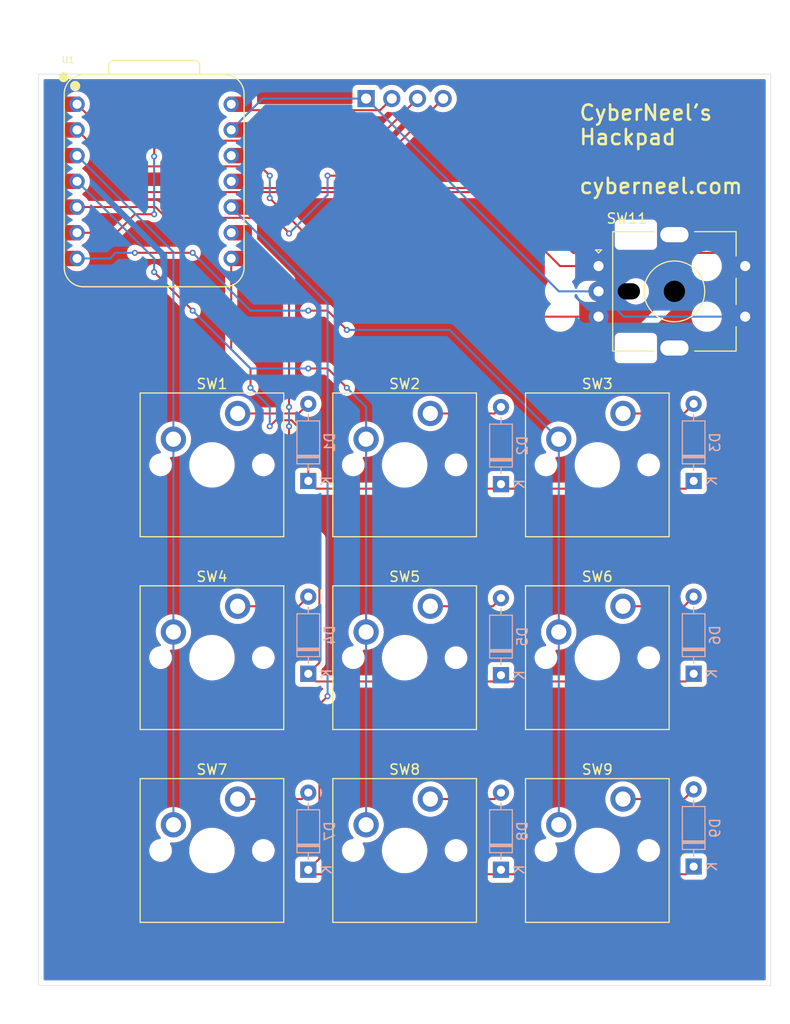
<source format=kicad_pcb>
(kicad_pcb (version 20240108) (generator "pcbnew") (generator_version "8.0")
  (layers (0 "F.Cu" signal) (31 "B.Cu" signal) (34 "B.Paste" user) (35 "F.Paste" user) (36 "B.SilkS" user "B.Silkscreen") (37 "F.SilkS" user "F.Silkscreen") (38 "B.Mask" user) (39 "F.Mask" user) (44 "Edge.Cuts" user))
  (net 0 "")
  (net 1 "Net-(D1-A)")
  (net 2 "Row 0")
  (net 3 "Net-(D2-A)")
  (net 4 "Net-(D3-A)")
  (net 5 "Net-(D4-A)")
  (net 6 "Row 1")
  (net 7 "Net-(D5-A)")
  (net 8 "Net-(D6-A)")
  (net 9 "Net-(D7-A)")
  (net 10 "Row 2")
  (net 11 "Net-(D8-A)")
  (net 12 "Net-(D9-A)")
  (net 13 "Col 0")
  (net 14 "Col 1")
  (net 15 "Col 2")
  (net 17 "SCL")
  (net 18 "GND")
  (net 19 "SDA")
  (net 20 "+5V")
  (net 21 "Net-(U1-GPIO3{slash}MOSI)")
  (net 22 "Net-(U1-GPIO26{slash}ADC0{slash}A0)")
  (net 23 "Net-(U1-GPIO27{slash}ADC1{slash}A1)")
  (footprint "ScottoKeebs_MX:MX_PCB_1.00u" (layer "F.Cu") (at 158.115 110.49)
    (property "Reference" "SW5" (at 0 -8 0) (layer "F.SilkS"))
    (property "Value" "SW_Push_45deg")
    (fp_line (start -7.1 -7.1) (end -7.1 7.1) (stroke (width 0.12)) (layer "F.SilkS"))
    (fp_line (start -7.1 7.1) (end 7.1 7.1) (stroke (width 0.12)) (layer "F.SilkS"))
    (fp_line (start 7.1 -7.1) (end -7.1 -7.1) (stroke (width 0.12)) (layer "F.SilkS"))
    (fp_line (start 7.1 7.1) (end 7.1 -7.1) (stroke (width 0.12)) (layer "F.SilkS"))
    (pad "" np_thru_hole circle (at -5.08 0) (size 1.75 1.75) (drill 1.75) (layers "*.Cu" "*.Mask"))
    (pad "" np_thru_hole circle (at 0 0) (size 4 4) (drill 4) (layers "*.Cu" "*.Mask"))
    (pad "" np_thru_hole circle (at 5.08 0) (size 1.75 1.75) (drill 1.75) (layers "*.Cu" "*.Mask"))
    (pad "1" thru_hole circle (at -3.81 -2.54) (size 2.5 2.5) (drill 1.5) (layers "*.Cu" "*.Mask") (net 14 "Col 1"))
    (pad "2" thru_hole circle (at 2.54 -5.08) (size 2.5 2.5) (drill 1.5) (layers "*.Cu" "*.Mask") (net 7 "Net-(D5-A)"))
  )
  (footprint "ScottoKeebs_MX:MX_PCB_1.00u" (layer "F.Cu") (at 139.065 91.44)
    (property "Reference" "SW1" (at 0 -8 0) (layer "F.SilkS"))
    (property "Value" "SW_Push_45deg")
    (fp_line (start -7.1 -7.1) (end -7.1 7.1) (stroke (width 0.12)) (layer "F.SilkS"))
    (fp_line (start -7.1 7.1) (end 7.1 7.1) (stroke (width 0.12)) (layer "F.SilkS"))
    (fp_line (start 7.1 -7.1) (end -7.1 -7.1) (stroke (width 0.12)) (layer "F.SilkS"))
    (fp_line (start 7.1 7.1) (end 7.1 -7.1) (stroke (width 0.12)) (layer "F.SilkS"))
    (pad "" np_thru_hole circle (at -5.08 0) (size 1.75 1.75) (drill 1.75) (layers "*.Cu" "*.Mask"))
    (pad "" np_thru_hole circle (at 0 0) (size 4 4) (drill 4) (layers "*.Cu" "*.Mask"))
    (pad "" np_thru_hole circle (at 5.08 0) (size 1.75 1.75) (drill 1.75) (layers "*.Cu" "*.Mask"))
    (pad "1" thru_hole circle (at -3.81 -2.54) (size 2.5 2.5) (drill 1.5) (layers "*.Cu" "*.Mask") (net 13 "Col 0"))
    (pad "2" thru_hole circle (at 2.54 -5.08) (size 2.5 2.5) (drill 1.5) (layers "*.Cu" "*.Mask") (net 1 "Net-(D1-A)"))
  )
  (footprint "ScottoKeebs_MX:MX_PCB_1.00u" (layer "F.Cu") (at 177.165 110.49)
    (property "Reference" "SW6" (at 0 -8 0) (layer "F.SilkS"))
    (property "Value" "SW_Push_45deg")
    (fp_line (start -7.1 -7.1) (end -7.1 7.1) (stroke (width 0.12)) (layer "F.SilkS"))
    (fp_line (start -7.1 7.1) (end 7.1 7.1) (stroke (width 0.12)) (layer "F.SilkS"))
    (fp_line (start 7.1 -7.1) (end -7.1 -7.1) (stroke (width 0.12)) (layer "F.SilkS"))
    (fp_line (start 7.1 7.1) (end 7.1 -7.1) (stroke (width 0.12)) (layer "F.SilkS"))
    (pad "" np_thru_hole circle (at -5.08 0) (size 1.75 1.75) (drill 1.75) (layers "*.Cu" "*.Mask"))
    (pad "" np_thru_hole circle (at 0 0) (size 4 4) (drill 4) (layers "*.Cu" "*.Mask"))
    (pad "" np_thru_hole circle (at 5.08 0) (size 1.75 1.75) (drill 1.75) (layers "*.Cu" "*.Mask"))
    (pad "1" thru_hole circle (at -3.81 -2.54) (size 2.5 2.5) (drill 1.5) (layers "*.Cu" "*.Mask") (net 15 "Col 2"))
    (pad "2" thru_hole circle (at 2.54 -5.08) (size 2.5 2.5) (drill 1.5) (layers "*.Cu" "*.Mask") (net 8 "Net-(D6-A)"))
  )
  (footprint "ScottoKeebs_MX:MX_PCB_1.00u" (layer "F.Cu") (at 158.115 129.54)
    (property "Reference" "SW8" (at 0 -8 0) (layer "F.SilkS"))
    (property "Value" "SW_Push_45deg")
    (fp_line (start -7.1 -7.1) (end -7.1 7.1) (stroke (width 0.12)) (layer "F.SilkS"))
    (fp_line (start -7.1 7.1) (end 7.1 7.1) (stroke (width 0.12)) (layer "F.SilkS"))
    (fp_line (start 7.1 -7.1) (end -7.1 -7.1) (stroke (width 0.12)) (layer "F.SilkS"))
    (fp_line (start 7.1 7.1) (end 7.1 -7.1) (stroke (width 0.12)) (layer "F.SilkS"))
    (pad "" np_thru_hole circle (at -5.08 0) (size 1.75 1.75) (drill 1.75) (layers "*.Cu" "*.Mask"))
    (pad "" np_thru_hole circle (at 0 0) (size 4 4) (drill 4) (layers "*.Cu" "*.Mask"))
    (pad "" np_thru_hole circle (at 5.08 0) (size 1.75 1.75) (drill 1.75) (layers "*.Cu" "*.Mask"))
    (pad "1" thru_hole circle (at -3.81 -2.54) (size 2.5 2.5) (drill 1.5) (layers "*.Cu" "*.Mask") (net 14 "Col 1"))
    (pad "2" thru_hole circle (at 2.54 -5.08) (size 2.5 2.5) (drill 1.5) (layers "*.Cu" "*.Mask") (net 11 "Net-(D8-A)"))
  )
  (footprint "ScottoKeebs_Components:OLED_128x64" (layer "F.Cu") (at 158.115 55.245)
    (property "Reference" "J1" (hide yes))
    (property "Value" "Conn_01x04_Pin")
    (pad "1" thru_hole rect (at -3.81 0 90) (size 1.7 1.7) (drill 1) (layers "*.Cu" "*.Mask") (net 18 "GND"))
    (pad "2" thru_hole oval (at -1.27 0 90) (size 1.7 1.7) (drill 1) (layers "*.Cu" "*.Mask") (net 20 "+5V"))
    (pad "3" thru_hole oval (at 1.27 0 90) (size 1.7 1.7) (drill 1) (layers "*.Cu" "*.Mask") (net 17 "SCL"))
    (pad "4" thru_hole oval (at 3.81 0 90) (size 1.7 1.7) (drill 1) (layers "*.Cu" "*.Mask") (net 19 "SDA"))
  )
  (footprint "ScottoKeebs_MX:MX_PCB_1.00u" (layer "F.Cu") (at 177.165 91.44)
    (property "Reference" "SW3" (at 0 -8 0) (layer "F.SilkS"))
    (property "Value" "SW_Push_45deg")
    (fp_line (start -7.1 -7.1) (end -7.1 7.1) (stroke (width 0.12)) (layer "F.SilkS"))
    (fp_line (start -7.1 7.1) (end 7.1 7.1) (stroke (width 0.12)) (layer "F.SilkS"))
    (fp_line (start 7.1 -7.1) (end -7.1 -7.1) (stroke (width 0.12)) (layer "F.SilkS"))
    (fp_line (start 7.1 7.1) (end 7.1 -7.1) (stroke (width 0.12)) (layer "F.SilkS"))
    (pad "" np_thru_hole circle (at -5.08 0) (size 1.75 1.75) (drill 1.75) (layers "*.Cu" "*.Mask"))
    (pad "" np_thru_hole circle (at 0 0) (size 4 4) (drill 4) (layers "*.Cu" "*.Mask"))
    (pad "" np_thru_hole circle (at 5.08 0) (size 1.75 1.75) (drill 1.75) (layers "*.Cu" "*.Mask"))
    (pad "1" thru_hole circle (at -3.81 -2.54) (size 2.5 2.5) (drill 1.5) (layers "*.Cu" "*.Mask") (net 15 "Col 2"))
    (pad "2" thru_hole circle (at 2.54 -5.08) (size 2.5 2.5) (drill 1.5) (layers "*.Cu" "*.Mask") (net 4 "Net-(D3-A)"))
  )
  (footprint "ScottoKeebs_MX:MX_PCB_1.00u" (layer "F.Cu") (at 139.065 110.49)
    (property "Reference" "SW4" (at 0 -8 0) (layer "F.SilkS"))
    (property "Value" "SW_Push_45deg")
    (fp_line (start -7.1 -7.1) (end -7.1 7.1) (stroke (width 0.12)) (layer "F.SilkS"))
    (fp_line (start -7.1 7.1) (end 7.1 7.1) (stroke (width 0.12)) (layer "F.SilkS"))
    (fp_line (start 7.1 -7.1) (end -7.1 -7.1) (stroke (width 0.12)) (layer "F.SilkS"))
    (fp_line (start 7.1 7.1) (end 7.1 -7.1) (stroke (width 0.12)) (layer "F.SilkS"))
    (pad "" np_thru_hole circle (at -5.08 0) (size 1.75 1.75) (drill 1.75) (layers "*.Cu" "*.Mask"))
    (pad "" np_thru_hole circle (at 0 0) (size 4 4) (drill 4) (layers "*.Cu" "*.Mask"))
    (pad "" np_thru_hole circle (at 5.08 0) (size 1.75 1.75) (drill 1.75) (layers "*.Cu" "*.Mask"))
    (pad "1" thru_hole circle (at -3.81 -2.54) (size 2.5 2.5) (drill 1.5) (layers "*.Cu" "*.Mask") (net 13 "Col 0"))
    (pad "2" thru_hole circle (at 2.54 -5.08) (size 2.5 2.5) (drill 1.5) (layers "*.Cu" "*.Mask") (net 5 "Net-(D4-A)"))
  )
  (footprint "OPL:XIAO-RP2040-DIP" (layer "F.Cu") (at 133.35 63.4245)
    (property "Reference" "U1" (at -8.5 -12 0) (layer "F.SilkS") (effects (font (size 0.635 0.635) (thickness 0.1016))))
    (property "Value" "XIAO-RP2040-DIP")
    (fp_line (start -8.89 8.509) (end -8.89 -8.636) (stroke (width 0.127)) (layer "F.SilkS"))
    (fp_line (start -6.985 10.414) (end 6.985 10.414) (stroke (width 0.127)) (layer "F.SilkS"))
    (fp_line (start -4.495 -10.541) (end -4.491272 -11.451272) (stroke (width 0.127)) (layer "F.SilkS"))
    (fp_line (start -3.991272 -11.951) (end 4.004 -11.951) (stroke (width 0.127)) (layer "F.SilkS"))
    (fp_line (start 4.504 -11.451) (end 4.504 -10.541) (stroke (width 0.127)) (layer "F.SilkS"))
    (fp_line (start 6.985 -10.541) (end -6.985 -10.541) (stroke (width 0.1)) (layer "F.SilkS"))
    (fp_line (start 6.985 -10.541) (end -6.985 -10.541) (stroke (width 0.127)) (layer "F.SilkS"))
    (fp_line (start 8.89 8.509) (end 8.89 -8.636) (stroke (width 0.127)) (layer "F.SilkS"))
    (fp_arc (start -8.89 -8.636) (mid -8.332038 -9.983038) (end -6.985 -10.541) (stroke (width 0.127)) (layer "F.SilkS"))
    (fp_arc (start -6.985 10.414) (mid -8.332038 9.856038) (end -8.89 8.509) (stroke (width 0.127)) (layer "F.SilkS"))
    (fp_arc (start -4.491272 -11.451272) (mid -4.344724 -11.804644) (end -3.991272 -11.951) (stroke (width 0.127)) (layer "F.SilkS"))
    (fp_arc (start 4.004 -11.951) (mid 4.357553 -11.804553) (end 4.504 -11.451) (stroke (width 0.127)) (layer "F.SilkS"))
    (fp_arc (start 6.985 -10.541) (mid 8.332038 -9.983038) (end 8.89 -8.636) (stroke (width 0.127)) (layer "F.SilkS"))
    (fp_arc (start 8.89 8.509) (mid 8.332038 9.856038) (end 6.985 10.414) (stroke (width 0.127)) (layer "F.SilkS"))
    (fp_circle (center -8.95 -10.3) (end -8.95 -10.554) (stroke (width 0.5)) (fill solid) (layer "F.SilkS"))
    (fp_circle (center -7.807 -9.42) (end -7.807 -9.674) (stroke (width 0.5)) (fill solid) (layer "F.SilkS"))
    (pad "1" smd roundrect (at -8.455 -7.62 180) (size 2.432 1.524) (layers "F.Cu" "F.Mask") (roundrect_rratio 0.1) (net 22 "Net-(U1-GPIO26{slash}ADC0{slash}A0)"))
    (pad "1" thru_hole circle (at -7.62 -7.62 180) (size 1.524 1.524) (drill 0.889) (layers "*.Cu" "*.Mask") (net 22 "Net-(U1-GPIO26{slash}ADC0{slash}A0)"))
    (pad "2" smd roundrect (at -8.455 -5.08 180) (size 2.432 1.524) (layers "F.Cu" "F.Mask") (roundrect_rratio 0.1) (net 23 "Net-(U1-GPIO27{slash}ADC1{slash}A1)"))
    (pad "2" thru_hole circle (at -7.62 -5.08 180) (size 1.524 1.524) (drill 0.889) (layers "*.Cu" "*.Mask") (net 23 "Net-(U1-GPIO27{slash}ADC1{slash}A1)"))
    (pad "3" smd roundrect (at -8.455 -2.54 180) (size 2.432 1.524) (layers "F.Cu" "F.Mask") (roundrect_rratio 0.1) (net 13 "Col 0"))
    (pad "3" thru_hole circle (at -7.62 -2.54 180) (size 1.524 1.524) (drill 0.889) (layers "*.Cu" "*.Mask") (net 13 "Col 0"))
    (pad "4" smd roundrect (at -8.455 0 180) (size 2.432 1.524) (layers "F.Cu" "F.Mask") (roundrect_rratio 0.1) (net 14 "Col 1"))
    (pad "4" thru_hole circle (at -7.62 0 180) (size 1.524 1.524) (drill 0.889) (layers "*.Cu" "*.Mask") (net 14 "Col 1"))
    (pad "5" smd roundrect (at -8.455 2.54 180) (size 2.432 1.524) (layers "F.Cu" "F.Mask") (roundrect_rratio 0.1) (net 19 "SDA"))
    (pad "5" thru_hole circle (at -7.62 2.54 180) (size 1.524 1.524) (drill 0.889) (layers "*.Cu" "*.Mask") (net 19 "SDA"))
    (pad "6" smd roundrect (at -8.455 5.08 180) (size 2.432 1.524) (layers "F.Cu" "F.Mask") (roundrect_rratio 0.1) (net 17 "SCL"))
    (pad "6" thru_hole circle (at -7.62 5.08 180) (size 1.524 1.524) (drill 0.889) (layers "*.Cu" "*.Mask") (net 17 "SCL"))
    (pad "7" smd roundrect (at -8.455 7.62 180) (size 2.432 1.524) (layers "F.Cu" "F.Mask") (roundrect_rratio 0.1) (net 15 "Col 2"))
    (pad "7" thru_hole circle (at -7.62 7.62 180) (size 1.524 1.524) (drill 0.889) (layers "*.Cu" "*.Mask") (net 15 "Col 2"))
    (pad "8" thru_hole circle (at 7.62 7.62) (size 1.524 1.524) (drill 0.889) (layers "*.Cu" "*.Mask") (net 2 "Row 0"))
    (pad "8" smd roundrect (at 8.455 7.62) (size 2.432 1.524) (layers "F.Cu" "F.Mask") (roundrect_rratio 0.1) (net 2 "Row 0"))
    (pad "9" thru_hole circle (at 7.62 5.08) (size 1.524 1.524) (drill 0.889) (layers "*.Cu" "*.Mask") (net 6 "Row 1"))
    (pad "9" smd roundrect (at 8.455 5.08) (size 2.432 1.524) (layers "F.Cu" "F.Mask") (roundrect_rratio 0.1) (net 6 "Row 1"))
    (pad "10" thru_hole circle (at 7.62 2.54) (size 1.524 1.524) (drill 0.889) (layers "*.Cu" "*.Mask") (net 10 "Row 2"))
    (pad "10" smd roundrect (at 8.455 2.54) (size 2.432 1.524) (layers "F.Cu" "F.Mask") (roundrect_rratio 0.1) (net 10 "Row 2"))
    (pad "11" thru_hole circle (at 7.62 0) (size 1.524 1.524) (drill 0.889) (layers "*.Cu" "*.Mask") (net 21 "Net-(U1-GPIO3{slash}MOSI)"))
    (pad "11" smd roundrect (at 8.455 0) (size 2.432 1.524) (layers "F.Cu" "F.Mask") (roundrect_rratio 0.1) (net 21 "Net-(U1-GPIO3{slash}MOSI)"))
    (pad "12" thru_hole circle (at 7.62 -2.54) (size 1.524 1.524) (drill 0.889) (layers "*.Cu" "*.Mask"))
    (pad "12" smd roundrect (at 8.455 -2.54) (size 2.432 1.524) (layers "F.Cu" "F.Mask") (roundrect_rratio 0.1))
    (pad "13" thru_hole circle (at 7.62 -5.08) (size 1.524 1.524) (drill 0.889) (layers "*.Cu" "*.Mask") (net 18 "GND"))
    (pad "13" smd roundrect (at 8.455 -5.08) (size 2.432 1.524) (layers "F.Cu" "F.Mask") (roundrect_rratio 0.1) (net 18 "GND"))
    (pad "14" thru_hole circle (at 7.62 -7.62) (size 1.524 1.524) (drill 0.889) (layers "*.Cu" "*.Mask") (net 20 "+5V"))
    (pad "14" smd roundrect (at 8.455 -7.62) (size 2.432 1.524) (layers "F.Cu" "F.Mask") (roundrect_rratio 0.1) (net 20 "+5V"))
  )
  (footprint "ScottoKeebs_MX:MX_PCB_1.00u" (layer "F.Cu") (at 177.165 129.54)
    (property "Reference" "SW9" (at 0 -8 0) (layer "F.SilkS"))
    (property "Value" "SW_Push_45deg")
    (fp_line (start -7.1 -7.1) (end -7.1 7.1) (stroke (width 0.12)) (layer "F.SilkS"))
    (fp_line (start -7.1 7.1) (end 7.1 7.1) (stroke (width 0.12)) (layer "F.SilkS"))
    (fp_line (start 7.1 -7.1) (end -7.1 -7.1) (stroke (width 0.12)) (layer "F.SilkS"))
    (fp_line (start 7.1 7.1) (end 7.1 -7.1) (stroke (width 0.12)) (layer "F.SilkS"))
    (pad "" np_thru_hole circle (at -5.08 0) (size 1.75 1.75) (drill 1.75) (layers "*.Cu" "*.Mask"))
    (pad "" np_thru_hole circle (at 0 0) (size 4 4) (drill 4) (layers "*.Cu" "*.Mask"))
    (pad "" np_thru_hole circle (at 5.08 0) (size 1.75 1.75) (drill 1.75) (layers "*.Cu" "*.Mask"))
    (pad "1" thru_hole circle (at -3.81 -2.54) (size 2.5 2.5) (drill 1.5) (layers "*.Cu" "*.Mask") (net 15 "Col 2"))
    (pad "2" thru_hole circle (at 2.54 -5.08) (size 2.5 2.5) (drill 1.5) (layers "*.Cu" "*.Mask") (net 12 "Net-(D9-A)"))
  )
  (footprint "ScottoKeebs_MX:MX_PCB_1.00u" (layer "F.Cu") (at 139.065 129.54)
    (property "Reference" "SW7" (at 0 -8 0) (layer "F.SilkS"))
    (property "Value" "SW_Push_45deg")
    (fp_line (start -7.1 -7.1) (end -7.1 7.1) (stroke (width 0.12)) (layer "F.SilkS"))
    (fp_line (start -7.1 7.1) (end 7.1 7.1) (stroke (width 0.12)) (layer "F.SilkS"))
    (fp_line (start 7.1 -7.1) (end -7.1 -7.1) (stroke (width 0.12)) (layer "F.SilkS"))
    (fp_line (start 7.1 7.1) (end 7.1 -7.1) (stroke (width 0.12)) (layer "F.SilkS"))
    (pad "" np_thru_hole circle (at -5.08 0) (size 1.75 1.75) (drill 1.75) (layers "*.Cu" "*.Mask"))
    (pad "" np_thru_hole circle (at 0 0) (size 4 4) (drill 4) (layers "*.Cu" "*.Mask"))
    (pad "" np_thru_hole circle (at 5.08 0) (size 1.75 1.75) (drill 1.75) (layers "*.Cu" "*.Mask"))
    (pad "1" thru_hole circle (at -3.81 -2.54) (size 2.5 2.5) (drill 1.5) (layers "*.Cu" "*.Mask") (net 13 "Col 0"))
    (pad "2" thru_hole circle (at 2.54 -5.08) (size 2.5 2.5) (drill 1.5) (layers "*.Cu" "*.Mask") (net 9 "Net-(D7-A)"))
  )
  (footprint "ScottoKeebs_MX:MX_PCB_1.00u" (layer "F.Cu") (at 158.115 91.44)
    (property "Reference" "SW2" (at 0 -8 0) (layer "F.SilkS"))
    (property "Value" "SW_Push_45deg")
    (fp_line (start -7.1 -7.1) (end -7.1 7.1) (stroke (width 0.12)) (layer "F.SilkS"))
    (fp_line (start -7.1 7.1) (end 7.1 7.1) (stroke (width 0.12)) (layer "F.SilkS"))
    (fp_line (start 7.1 -7.1) (end -7.1 -7.1) (stroke (width 0.12)) (layer "F.SilkS"))
    (fp_line (start 7.1 7.1) (end 7.1 -7.1) (stroke (width 0.12)) (layer "F.SilkS"))
    (pad "" np_thru_hole circle (at -5.08 0) (size 1.75 1.75) (drill 1.75) (layers "*.Cu" "*.Mask"))
    (pad "" np_thru_hole circle (at 0 0) (size 4 4) (drill 4) (layers "*.Cu" "*.Mask"))
    (pad "" np_thru_hole circle (at 5.08 0) (size 1.75 1.75) (drill 1.75) (layers "*.Cu" "*.Mask"))
    (pad "1" thru_hole circle (at -3.81 -2.54) (size 2.5 2.5) (drill 1.5) (layers "*.Cu" "*.Mask") (net 14 "Col 1"))
    (pad "2" thru_hole circle (at 2.54 -5.08) (size 2.5 2.5) (drill 1.5) (layers "*.Cu" "*.Mask") (net 3 "Net-(D2-A)"))
  )
  (footprint "Rotary_Encoder:RotaryEncoder_Alps_EC11E-Switch_Vertical_H20mm_MountingHoles" (layer "F.Cu") (at 177.285 71.795)
    (property "Reference" "SW11" (at 2.8 -4.7 0) (layer "F.SilkS"))
    (property "Value" "RotaryEncoder_Switch")
    (fp_line (start -0.3 -1.6) (end 0.3 -1.6) (stroke (width 0.12)) (layer "F.SilkS"))
    (fp_line (start 0 -1.3) (end -0.3 -1.6) (stroke (width 0.12)) (layer "F.SilkS"))
    (fp_line (start 0.3 -1.6) (end 0 -1.3) (stroke (width 0.12)) (layer "F.SilkS"))
    (fp_line (start 1.4 -3.4) (end 1.4 8.4) (stroke (width 0.12)) (layer "F.SilkS"))
    (fp_line (start 5.5 -3.4) (end 1.4 -3.4) (stroke (width 0.12)) (layer "F.SilkS"))
    (fp_line (start 5.5 8.4) (end 1.4 8.4) (stroke (width 0.12)) (layer "F.SilkS"))
    (fp_line (start 9.5 -3.4) (end 13.6 -3.4) (stroke (width 0.12)) (layer "F.SilkS"))
    (fp_line (start 13.6 -3.4) (end 13.6 -1) (stroke (width 0.12)) (layer "F.SilkS"))
    (fp_line (start 13.6 1.2) (end 13.6 3.8) (stroke (width 0.12)) (layer "F.SilkS"))
    (fp_line (start 13.6 6) (end 13.6 8.4) (stroke (width 0.12)) (layer "F.SilkS"))
    (fp_line (start 13.6 8.4) (end 9.5 8.4) (stroke (width 0.12)) (layer "F.SilkS"))
    (fp_circle (center 7.5 2.5) (end 10.5 2.5) (stroke (width 0.12)) (fill none) (layer "F.SilkS"))
    (pad "" np_thru_hole oval (at 3 2.5) (size 2.2 1.6) (drill oval 2.2 1.6) (layers "*.Mask"))
    (pad "" np_thru_hole circle (at 7.5 2.5) (size 2.1 2.1) (drill 2.1) (layers "*.Mask"))
    (pad "A" thru_hole rect (at 0 0) (size 2 2) (drill 1) (layers "*.Cu" "*.Mask") (net 23 "Net-(U1-GPIO27{slash}ADC1{slash}A1)"))
    (pad "B" thru_hole circle (at 0 5) (size 2 2) (drill 1) (layers "*.Cu" "*.Mask") (net 22 "Net-(U1-GPIO26{slash}ADC0{slash}A0)"))
    (pad "C" thru_hole circle (at 0 2.5) (size 2 2) (drill 1) (layers "*.Cu" "*.Mask") (net 18 "GND"))
    (pad "MP" thru_hole rect (at 7.5 -3.1) (size 3.2 2) (drill oval 2.8 1.5) (layers "*.Cu" "*.Mask"))
    (pad "MP" thru_hole rect (at 7.5 8.1) (size 3.2 2) (drill oval 2.8 1.5) (layers "*.Cu" "*.Mask"))
    (pad "S1" thru_hole circle (at 14.5 5) (size 2 2) (drill 1) (layers "*.Cu" "*.Mask") (net 18 "GND"))
    (pad "S2" thru_hole circle (at 14.5 0) (size 2 2) (drill 1) (layers "*.Cu" "*.Mask") (net 21 "Net-(U1-GPIO3{slash}MOSI)"))
  )
  (footprint "Diode_THT:D_DO-35_SOD27_P7.62mm_Horizontal" (layer "B.Cu") (at 186.69 131.1275 90)
    (property "Reference" "D9" (at 3.81 2.12 90) (layer "B.SilkS") (effects (justify mirror)))
    (property "Value" "D")
    (fp_line (start 5.93 -1.12) (end 1.69 -1.12) (stroke (width 0.12)) (layer "B.SilkS"))
    (fp_line (start 2.53 -1.12) (end 2.53 1.12) (stroke (width 0.12)) (layer "B.SilkS"))
    (fp_line (start 2.41 -1.12) (end 2.41 1.12) (stroke (width 0.12)) (layer "B.SilkS"))
    (fp_line (start 2.29 -1.12) (end 2.29 1.12) (stroke (width 0.12)) (layer "B.SilkS"))
    (fp_line (start 1.69 -1.12) (end 1.69 1.12) (stroke (width 0.12)) (layer "B.SilkS"))
    (fp_line (start 5.93 0) (end 6.58 0) (stroke (width 0.12)) (layer "B.SilkS"))
    (fp_line (start 1.69 0) (end 1.04 0) (stroke (width 0.12)) (layer "B.SilkS"))
    (fp_line (start 5.93 1.12) (end 5.93 -1.12) (stroke (width 0.12)) (layer "B.SilkS"))
    (fp_line (start 1.69 1.12) (end 5.93 1.12) (stroke (width 0.12)) (layer "B.SilkS"))
    (fp_text user "K" (at 0 1.8 90) (layer "B.SilkS") (effects (justify mirror)))
    (pad "1" thru_hole rect (at 0 0 90) (size 1.6 1.6) (drill 0.8) (layers "*.Cu" "*.Mask") (net 10 "Row 2"))
    (pad "2" thru_hole oval (at 7.62 0 90) (size 1.6 1.6) (drill 0.8) (layers "*.Cu" "*.Mask") (net 12 "Net-(D9-A)"))
  )
  (footprint "Diode_THT:D_DO-35_SOD27_P7.62mm_Horizontal" (layer "B.Cu") (at 186.69 112.0775 90)
    (property "Reference" "D6" (at 3.81 2.12 90) (layer "B.SilkS") (effects (justify mirror)))
    (property "Value" "D")
    (fp_line (start 5.93 -1.12) (end 1.69 -1.12) (stroke (width 0.12)) (layer "B.SilkS"))
    (fp_line (start 2.53 -1.12) (end 2.53 1.12) (stroke (width 0.12)) (layer "B.SilkS"))
    (fp_line (start 2.41 -1.12) (end 2.41 1.12) (stroke (width 0.12)) (layer "B.SilkS"))
    (fp_line (start 2.29 -1.12) (end 2.29 1.12) (stroke (width 0.12)) (layer "B.SilkS"))
    (fp_line (start 1.69 -1.12) (end 1.69 1.12) (stroke (width 0.12)) (layer "B.SilkS"))
    (fp_line (start 5.93 0) (end 6.58 0) (stroke (width 0.12)) (layer "B.SilkS"))
    (fp_line (start 1.69 0) (end 1.04 0) (stroke (width 0.12)) (layer "B.SilkS"))
    (fp_line (start 5.93 1.12) (end 5.93 -1.12) (stroke (width 0.12)) (layer "B.SilkS"))
    (fp_line (start 1.69 1.12) (end 5.93 1.12) (stroke (width 0.12)) (layer "B.SilkS"))
    (fp_text user "K" (at 0 1.8 90) (layer "B.SilkS") (effects (justify mirror)))
    (pad "1" thru_hole rect (at 0 0 90) (size 1.6 1.6) (drill 0.8) (layers "*.Cu" "*.Mask") (net 6 "Row 1"))
    (pad "2" thru_hole oval (at 7.62 0 90) (size 1.6 1.6) (drill 0.8) (layers "*.Cu" "*.Mask") (net 8 "Net-(D6-A)"))
  )
  (footprint "Diode_THT:D_DO-35_SOD27_P7.62mm_Horizontal" (layer "B.Cu") (at 148.59 93.0275 90)
    (property "Reference" "D1" (at 3.81 2.12 90) (layer "B.SilkS") (effects (justify mirror)))
    (property "Value" "D")
    (fp_line (start 5.93 -1.12) (end 1.69 -1.12) (stroke (width 0.12)) (layer "B.SilkS"))
    (fp_line (start 2.53 -1.12) (end 2.53 1.12) (stroke (width 0.12)) (layer "B.SilkS"))
    (fp_line (start 2.41 -1.12) (end 2.41 1.12) (stroke (width 0.12)) (layer "B.SilkS"))
    (fp_line (start 2.29 -1.12) (end 2.29 1.12) (stroke (width 0.12)) (layer "B.SilkS"))
    (fp_line (start 1.69 -1.12) (end 1.69 1.12) (stroke (width 0.12)) (layer "B.SilkS"))
    (fp_line (start 5.93 0) (end 6.58 0) (stroke (width 0.12)) (layer "B.SilkS"))
    (fp_line (start 1.69 0) (end 1.04 0) (stroke (width 0.12)) (layer "B.SilkS"))
    (fp_line (start 5.93 1.12) (end 5.93 -1.12) (stroke (width 0.12)) (layer "B.SilkS"))
    (fp_line (start 1.69 1.12) (end 5.93 1.12) (stroke (width 0.12)) (layer "B.SilkS"))
    (fp_text user "K" (at 0 1.8 90) (layer "B.SilkS") (effects (justify mirror)))
    (pad "1" thru_hole rect (at 0 0 90) (size 1.6 1.6) (drill 0.8) (layers "*.Cu" "*.Mask") (net 2 "Row 0"))
    (pad "2" thru_hole oval (at 7.62 0 90) (size 1.6 1.6) (drill 0.8) (layers "*.Cu" "*.Mask") (net 1 "Net-(D1-A)"))
  )
  (footprint "Diode_THT:D_DO-35_SOD27_P7.62mm_Horizontal" (layer "B.Cu") (at 186.69 93.0275 90)
    (property "Reference" "D3" (at 3.81 2.12 90) (layer "B.SilkS") (effects (justify mirror)))
    (property "Value" "D")
    (fp_line (start 5.93 -1.12) (end 1.69 -1.12) (stroke (width 0.12)) (layer "B.SilkS"))
    (fp_line (start 2.53 -1.12) (end 2.53 1.12) (stroke (width 0.12)) (layer "B.SilkS"))
    (fp_line (start 2.41 -1.12) (end 2.41 1.12) (stroke (width 0.12)) (layer "B.SilkS"))
    (fp_line (start 2.29 -1.12) (end 2.29 1.12) (stroke (width 0.12)) (layer "B.SilkS"))
    (fp_line (start 1.69 -1.12) (end 1.69 1.12) (stroke (width 0.12)) (layer "B.SilkS"))
    (fp_line (start 5.93 0) (end 6.58 0) (stroke (width 0.12)) (layer "B.SilkS"))
    (fp_line (start 1.69 0) (end 1.04 0) (stroke (width 0.12)) (layer "B.SilkS"))
    (fp_line (start 5.93 1.12) (end 5.93 -1.12) (stroke (width 0.12)) (layer "B.SilkS"))
    (fp_line (start 1.69 1.12) (end 5.93 1.12) (stroke (width 0.12)) (layer "B.SilkS"))
    (fp_text user "K" (at 0 1.8 90) (layer "B.SilkS") (effects (justify mirror)))
    (pad "1" thru_hole rect (at 0 0 90) (size 1.6 1.6) (drill 0.8) (layers "*.Cu" "*.Mask") (net 2 "Row 0"))
    (pad "2" thru_hole oval (at 7.62 0 90) (size 1.6 1.6) (drill 0.8) (layers "*.Cu" "*.Mask") (net 4 "Net-(D3-A)"))
  )
  (footprint "Diode_THT:D_DO-35_SOD27_P7.62mm_Horizontal" (layer "B.Cu") (at 167.64 112.2225 90)
    (property "Reference" "D5" (at 3.81 2.12 90) (layer "B.SilkS") (effects (justify mirror)))
    (property "Value" "D")
    (fp_line (start 5.93 -1.12) (end 1.69 -1.12) (stroke (width 0.12)) (layer "B.SilkS"))
    (fp_line (start 2.53 -1.12) (end 2.53 1.12) (stroke (width 0.12)) (layer "B.SilkS"))
    (fp_line (start 2.41 -1.12) (end 2.41 1.12) (stroke (width 0.12)) (layer "B.SilkS"))
    (fp_line (start 2.29 -1.12) (end 2.29 1.12) (stroke (width 0.12)) (layer "B.SilkS"))
    (fp_line (start 1.69 -1.12) (end 1.69 1.12) (stroke (width 0.12)) (layer "B.SilkS"))
    (fp_line (start 5.93 0) (end 6.58 0) (stroke (width 0.12)) (layer "B.SilkS"))
    (fp_line (start 1.69 0) (end 1.04 0) (stroke (width 0.12)) (layer "B.SilkS"))
    (fp_line (start 5.93 1.12) (end 5.93 -1.12) (stroke (width 0.12)) (layer "B.SilkS"))
    (fp_line (start 1.69 1.12) (end 5.93 1.12) (stroke (width 0.12)) (layer "B.SilkS"))
    (fp_text user "K" (at 0 1.8 90) (layer "B.SilkS") (effects (justify mirror)))
    (pad "1" thru_hole rect (at 0 0 90) (size 1.6 1.6) (drill 0.8) (layers "*.Cu" "*.Mask") (net 6 "Row 1"))
    (pad "2" thru_hole oval (at 7.62 0 90) (size 1.6 1.6) (drill 0.8) (layers "*.Cu" "*.Mask") (net 7 "Net-(D5-A)"))
  )
  (footprint "Diode_THT:D_DO-35_SOD27_P7.62mm_Horizontal" (layer "B.Cu") (at 167.64 131.445 90)
    (property "Reference" "D8" (at 3.81 2.12 90) (layer "B.SilkS") (effects (justify mirror)))
    (property "Value" "D")
    (fp_line (start 5.93 -1.12) (end 1.69 -1.12) (stroke (width 0.12)) (layer "B.SilkS"))
    (fp_line (start 2.53 -1.12) (end 2.53 1.12) (stroke (width 0.12)) (layer "B.SilkS"))
    (fp_line (start 2.41 -1.12) (end 2.41 1.12) (stroke (width 0.12)) (layer "B.SilkS"))
    (fp_line (start 2.29 -1.12) (end 2.29 1.12) (stroke (width 0.12)) (layer "B.SilkS"))
    (fp_line (start 1.69 -1.12) (end 1.69 1.12) (stroke (width 0.12)) (layer "B.SilkS"))
    (fp_line (start 5.93 0) (end 6.58 0) (stroke (width 0.12)) (layer "B.SilkS"))
    (fp_line (start 1.69 0) (end 1.04 0) (stroke (width 0.12)) (layer "B.SilkS"))
    (fp_line (start 5.93 1.12) (end 5.93 -1.12) (stroke (width 0.12)) (layer "B.SilkS"))
    (fp_line (start 1.69 1.12) (end 5.93 1.12) (stroke (width 0.12)) (layer "B.SilkS"))
    (fp_text user "K" (at 0 1.8 90) (layer "B.SilkS") (effects (justify mirror)))
    (pad "1" thru_hole rect (at 0 0 90) (size 1.6 1.6) (drill 0.8) (layers "*.Cu" "*.Mask") (net 10 "Row 2"))
    (pad "2" thru_hole oval (at 7.62 0 90) (size 1.6 1.6) (drill 0.8) (layers "*.Cu" "*.Mask") (net 11 "Net-(D8-A)"))
  )
  (footprint "Diode_THT:D_DO-35_SOD27_P7.62mm_Horizontal" (layer "B.Cu") (at 148.59 112.0775 90)
    (property "Reference" "D4" (at 3.81 2.12 90) (layer "B.SilkS") (effects (justify mirror)))
    (property "Value" "D")
    (fp_line (start 5.93 -1.12) (end 1.69 -1.12) (stroke (width 0.12)) (layer "B.SilkS"))
    (fp_line (start 2.53 -1.12) (end 2.53 1.12) (stroke (width 0.12)) (layer "B.SilkS"))
    (fp_line (start 2.41 -1.12) (end 2.41 1.12) (stroke (width 0.12)) (layer "B.SilkS"))
    (fp_line (start 2.29 -1.12) (end 2.29 1.12) (stroke (width 0.12)) (layer "B.SilkS"))
    (fp_line (start 1.69 -1.12) (end 1.69 1.12) (stroke (width 0.12)) (layer "B.SilkS"))
    (fp_line (start 5.93 0) (end 6.58 0) (stroke (width 0.12)) (layer "B.SilkS"))
    (fp_line (start 1.69 0) (end 1.04 0) (stroke (width 0.12)) (layer "B.SilkS"))
    (fp_line (start 5.93 1.12) (end 5.93 -1.12) (stroke (width 0.12)) (layer "B.SilkS"))
    (fp_line (start 1.69 1.12) (end 5.93 1.12) (stroke (width 0.12)) (layer "B.SilkS"))
    (fp_text user "K" (at 0 1.8 90) (layer "B.SilkS") (effects (justify mirror)))
    (pad "1" thru_hole rect (at 0 0 90) (size 1.6 1.6) (drill 0.8) (layers "*.Cu" "*.Mask") (net 6 "Row 1"))
    (pad "2" thru_hole oval (at 7.62 0 90) (size 1.6 1.6) (drill 0.8) (layers "*.Cu" "*.Mask") (net 5 "Net-(D4-A)"))
  )
  (footprint "Diode_THT:D_DO-35_SOD27_P7.62mm_Horizontal" (layer "B.Cu") (at 148.59 131.445 90)
    (property "Reference" "D7" (at 3.81 2.12 90) (layer "B.SilkS") (effects (justify mirror)))
    (property "Value" "D")
    (fp_line (start 5.93 -1.12) (end 1.69 -1.12) (stroke (width 0.12)) (layer "B.SilkS"))
    (fp_line (start 2.53 -1.12) (end 2.53 1.12) (stroke (width 0.12)) (layer "B.SilkS"))
    (fp_line (start 2.41 -1.12) (end 2.41 1.12) (stroke (width 0.12)) (layer "B.SilkS"))
    (fp_line (start 2.29 -1.12) (end 2.29 1.12) (stroke (width 0.12)) (layer "B.SilkS"))
    (fp_line (start 1.69 -1.12) (end 1.69 1.12) (stroke (width 0.12)) (layer "B.SilkS"))
    (fp_line (start 5.93 0) (end 6.58 0) (stroke (width 0.12)) (layer "B.SilkS"))
    (fp_line (start 1.69 0) (end 1.04 0) (stroke (width 0.12)) (layer "B.SilkS"))
    (fp_line (start 5.93 1.12) (end 5.93 -1.12) (stroke (width 0.12)) (layer "B.SilkS"))
    (fp_line (start 1.69 1.12) (end 5.93 1.12) (stroke (width 0.12)) (layer "B.SilkS"))
    (fp_text user "K" (at 0 1.8 90) (layer "B.SilkS") (effects (justify mirror)))
    (pad "1" thru_hole rect (at 0 0 90) (size 1.6 1.6) (drill 0.8) (layers "*.Cu" "*.Mask") (net 10 "Row 2"))
    (pad "2" thru_hole oval (at 7.62 0 90) (size 1.6 1.6) (drill 0.8) (layers "*.Cu" "*.Mask") (net 9 "Net-(D7-A)"))
  )
  (footprint "Diode_THT:D_DO-35_SOD27_P7.62mm_Horizontal" (layer "B.Cu") (at 167.64 93.345 90)
    (property "Reference" "D2" (at 3.81 2.12 90) (layer "B.SilkS") (effects (justify mirror)))
    (property "Value" "D")
    (fp_line (start 5.93 -1.12) (end 1.69 -1.12) (stroke (width 0.12)) (layer "B.SilkS"))
    (fp_line (start 2.53 -1.12) (end 2.53 1.12) (stroke (width 0.12)) (layer "B.SilkS"))
    (fp_line (start 2.41 -1.12) (end 2.41 1.12) (stroke (width 0.12)) (layer "B.SilkS"))
    (fp_line (start 2.29 -1.12) (end 2.29 1.12) (stroke (width 0.12)) (layer "B.SilkS"))
    (fp_line (start 1.69 -1.12) (end 1.69 1.12) (stroke (width 0.12)) (layer "B.SilkS"))
    (fp_line (start 5.93 0) (end 6.58 0) (stroke (width 0.12)) (layer "B.SilkS"))
    (fp_line (start 1.69 0) (end 1.04 0) (stroke (width 0.12)) (layer "B.SilkS"))
    (fp_line (start 5.93 1.12) (end 5.93 -1.12) (stroke (width 0.12)) (layer "B.SilkS"))
    (fp_line (start 1.69 1.12) (end 5.93 1.12) (stroke (width 0.12)) (layer "B.SilkS"))
    (fp_text user "K" (at 0 1.8 90) (layer "B.SilkS") (effects (justify mirror)))
    (pad "1" thru_hole rect (at 0 0 90) (size 1.6 1.6) (drill 0.8) (layers "*.Cu" "*.Mask") (net 2 "Row 0"))
    (pad "2" thru_hole oval (at 7.62 0 90) (size 1.6 1.6) (drill 0.8) (layers "*.Cu" "*.Mask") (net 3 "Net-(D2-A)"))
  )
  (gr_rect (start 121.92 52.835) (end 194.31 142.875) (stroke (width 0.05)) (fill none) (layer "Edge.Cuts"))
  (gr_text "CyberNeel's\nHackpad\n\ncyberneel.com" (at 175.26 64.77 0) (layer "F.SilkS") (effects (font (size 1.5 1.5) (thickness 0.25) (bold yes)) (justify left bottom)))
  (segment (start 141.605 86.36) (end 147.6375 86.36) (width 0.2) (layer "F.Cu") (net 1))
  (segment (start 147.6375 86.36) (end 148.59 85.4075) (width 0.2) (layer "F.Cu") (net 1))
  (segment (start 140.97 80.01) (end 140.97 71.0445) (width 0.2) (layer "F.Cu") (net 2))
  (segment (start 148.59 93.0275) (end 148.59 88.686471) (width 0.2) (layer "F.Cu") (net 2))
  (segment (start 148.59 93.0275) (end 149.3525 93.79) (width 0.2) (layer "F.Cu") (net 2))
  (segment (start 148.59 88.686471) (end 146.933529 87.03) (width 0.2) (layer "F.Cu") (net 2))
  (segment (start 149.3525 93.79) (end 185.9275 93.79) (width 0.2) (layer "F.Cu") (net 2))
  (segment (start 146.933529 87.03) (end 145.38 87.03) (width 0.2) (layer "F.Cu") (net 2))
  (segment (start 142.875 83.82) (end 142.875 81.915) (width 0.2) (layer "F.Cu") (net 2))
  (segment (start 145.38 87.03) (end 144.78 87.63) (width 0.2) (layer "F.Cu") (net 2))
  (segment (start 142.875 81.915) (end 140.97 80.01) (width 0.2) (layer "F.Cu") (net 2))
  (segment (start 185.9275 93.79) (end 186.69 93.0275) (width 0.2) (layer "F.Cu") (net 2))
  (via (at 144.78 87.63) (size 0.6) (drill 0.3) (layers "F.Cu" "B.Cu") (net 2))
  (via (at 142.875 83.82) (size 0.6) (drill 0.3) (layers "F.Cu" "B.Cu") (net 2))
  (segment (start 144.78 87.63) (end 144.78 85.725) (width 0.2) (layer "B.Cu") (net 2))
  (segment (start 144.78 85.725) (end 142.875 83.82) (width 0.2) (layer "B.Cu") (net 2))
  (segment (start 167.005 86.36) (end 167.64 85.725) (width 0.2) (layer "F.Cu") (net 3))
  (segment (start 160.655 86.36) (end 167.005 86.36) (width 0.2) (layer "F.Cu") (net 3))
  (segment (start 179.705 86.36) (end 185.7375 86.36) (width 0.2) (layer "F.Cu") (net 4))
  (segment (start 185.7375 86.36) (end 186.69 85.4075) (width 0.2) (layer "F.Cu") (net 4))
  (segment (start 141.605 105.41) (end 147.6375 105.41) (width 0.2) (layer "F.Cu") (net 5))
  (segment (start 147.6375 105.41) (end 148.59 104.4575) (width 0.2) (layer "F.Cu") (net 5))
  (segment (start 146.685 73.14187) (end 142.04763 68.5045) (width 0.2) (layer "F.Cu") (net 6))
  (segment (start 149.3525 112.84) (end 148.59 112.0775) (width 0.2) (layer "F.Cu") (net 6))
  (segment (start 148.59 112.0775) (end 149.69 110.9775) (width 0.2) (layer "F.Cu") (net 6))
  (segment (start 149.69 110.9775) (end 149.69 98.717412) (width 0.2) (layer "F.Cu") (net 6))
  (segment (start 185.9275 112.84) (end 149.3525 112.84) (width 0.2) (layer "F.Cu") (net 6))
  (segment (start 186.69 112.0775) (end 185.9275 112.84) (width 0.2) (layer "F.Cu") (net 6))
  (segment (start 146.685 95.712412) (end 146.685 87.63) (width 0.2) (layer "F.Cu") (net 6))
  (segment (start 149.69 98.717412) (end 146.685 95.712412) (width 0.2) (layer "F.Cu") (net 6))
  (segment (start 146.685 85.725) (end 146.685 73.14187) (width 0.2) (layer "F.Cu") (net 6))
  (segment (start 142.04763 68.5045) (end 140.97 68.5045) (width 0.2) (layer "F.Cu") (net 6))
  (via (at 146.685 85.725) (size 0.6) (drill 0.3) (layers "F.Cu" "B.Cu") (net 6))
  (via (at 146.685 87.63) (size 0.6) (drill 0.3) (layers "F.Cu" "B.Cu") (net 6))
  (segment (start 146.685 87.63) (end 146.685 85.725) (width 0.2) (layer "B.Cu") (net 6))
  (segment (start 166.8325 105.41) (end 167.64 104.6025) (width 0.2) (layer "F.Cu") (net 7))
  (segment (start 160.655 105.41) (end 166.8325 105.41) (width 0.2) (layer "F.Cu") (net 7))
  (segment (start 179.705 105.41) (end 185.7375 105.41) (width 0.2) (layer "F.Cu") (net 8))
  (segment (start 185.7375 105.41) (end 186.69 104.4575) (width 0.2) (layer "F.Cu") (net 8))
  (segment (start 147.955 124.46) (end 148.59 123.825) (width 0.2) (layer "F.Cu") (net 9))
  (segment (start 141.605 124.46) (end 147.955 124.46) (width 0.2) (layer "F.Cu") (net 9))
  (segment (start 149.69 130.345) (end 149.69 115.105) (width 0.2) (layer "F.Cu") (net 10))
  (segment (start 148.59 131.445) (end 149.035 131.89) (width 0.2) (layer "F.Cu") (net 10))
  (segment (start 185.9275 131.89) (end 186.69 131.1275) (width 0.2) (layer "F.Cu") (net 10))
  (segment (start 149.035 131.89) (end 185.9275 131.89) (width 0.2) (layer "F.Cu") (net 10))
  (segment (start 148.59 131.445) (end 149.69 130.345) (width 0.2) (layer "F.Cu") (net 10))
  (segment (start 149.69 115.105) (end 150.495 114.3) (width 0.2) (layer "F.Cu") (net 10))
  (via (at 150.495 114.3) (size 0.6) (drill 0.3) (layers "F.Cu" "B.Cu") (net 10))
  (segment (start 150.495 75.4895) (end 140.97 65.9645) (width 0.2) (layer "B.Cu") (net 10))
  (segment (start 150.495 114.3) (end 150.495 75.4895) (width 0.2) (layer "B.Cu") (net 10))
  (segment (start 167.005 124.46) (end 167.64 123.825) (width 0.2) (layer "F.Cu") (net 11))
  (segment (start 160.655 124.46) (end 167.005 124.46) (width 0.2) (layer "F.Cu") (net 11))
  (segment (start 179.705 124.46) (end 185.7375 124.46) (width 0.2) (layer "F.Cu") (net 12))
  (segment (start 185.7375 124.46) (end 186.69 123.5075) (width 0.2) (layer "F.Cu") (net 12))
  (segment (start 135.255 88.9) (end 135.255 70.4095) (width 0.2) (layer "B.Cu") (net 13))
  (segment (start 135.255 88.9) (end 135.255 127) (width 0.2) (layer "B.Cu") (net 13))
  (segment (start 135.255 70.4095) (end 125.73 60.8845) (width 0.2) (layer "B.Cu") (net 13))
  (segment (start 137.16 76.2) (end 133.35 72.39) (width 0.2) (layer "F.Cu") (net 14))
  (segment (start 152.4 83.82) (end 150.495 81.915) (width 0.2) (layer "F.Cu") (net 14))
  (segment (start 150.495 81.915) (end 148.59 81.915) (width 0.2) (layer "F.Cu") (net 14))
  (via (at 148.59 81.915) (size 0.6) (drill 0.3) (layers "F.Cu" "B.Cu") (net 14))
  (via (at 137.16 76.2) (size 0.6) (drill 0.3) (layers "F.Cu" "B.Cu") (net 14))
  (via (at 152.4 83.82) (size 0.6) (drill 0.3) (layers "F.Cu" "B.Cu") (net 14))
  (via (at 133.35 72.39) (size 0.6) (drill 0.3) (layers "F.Cu" "B.Cu") (net 14))
  (segment (start 154.305 88.9) (end 154.305 85.725) (width 0.2) (layer "B.Cu") (net 14))
  (segment (start 133.35 72.39) (end 133.35 71.0445) (width 0.2) (layer "B.Cu") (net 14))
  (segment (start 133.35 71.0445) (end 125.73 63.4245) (width 0.2) (layer "B.Cu") (net 14))
  (segment (start 154.305 85.725) (end 152.4 83.82) (width 0.2) (layer "B.Cu") (net 14))
  (segment (start 142.875 81.915) (end 137.16 76.2) (width 0.2) (layer "B.Cu") (net 14))
  (segment (start 148.59 81.915) (end 142.875 81.915) (width 0.2) (layer "B.Cu") (net 14))
  (segment (start 154.305 88.9) (end 154.305 127) (width 0.2) (layer "B.Cu") (net 14))
  (segment (start 152.4 78.105) (end 150.495 76.2) (width 0.2) (layer "F.Cu") (net 15))
  (segment (start 137.16 70.485) (end 131.445 70.485) (width 0.2) (layer "F.Cu") (net 15))
  (segment (start 150.495 76.2) (end 148.59 76.2) (width 0.2) (layer "F.Cu") (net 15))
  (via (at 137.16 70.485) (size 0.6) (drill 0.3) (layers "F.Cu" "B.Cu") (net 15))
  (via (at 148.59 76.2) (size 0.6) (drill 0.3) (layers "F.Cu" "B.Cu") (net 15))
  (via (at 131.445 70.485) (size 0.6) (drill 0.3) (layers "F.Cu" "B.Cu") (net 15))
  (via (at 152.4 78.105) (size 0.6) (drill 0.3) (layers "F.Cu" "B.Cu") (net 15))
  (segment (start 148.59 76.2) (end 142.875 76.2) (width 0.2) (layer "B.Cu") (net 15))
  (segment (start 162.56 78.105) (end 152.4 78.105) (width 0.2) (layer "B.Cu") (net 15))
  (segment (start 173.355 127) (end 173.355 88.9) (width 0.2) (layer "B.Cu") (net 15))
  (segment (start 129.54 70.485) (end 128.9805 71.0445) (width 0.2) (layer "B.Cu") (net 15))
  (segment (start 142.875 76.2) (end 137.16 70.485) (width 0.2) (layer "B.Cu") (net 15))
  (segment (start 173.355 88.9) (end 162.56 78.105) (width 0.2) (layer "B.Cu") (net 15))
  (segment (start 131.445 70.485) (end 129.54 70.485) (width 0.2) (layer "B.Cu") (net 15))
  (segment (start 128.9805 71.0445) (end 125.73 71.0445) (width 0.2) (layer "B.Cu") (net 15))
  (segment (start 129.6155 68.5045) (end 125.73 68.5045) (width 0.2) (layer "F.Cu") (net 17))
  (segment (start 134.177686 59.4065) (end 133.35 60.234186) (width 0.2) (layer "F.Cu") (net 17))
  (segment (start 133.35 66.675) (end 131.445 66.675) (width 0.2) (layer "F.Cu") (net 17))
  (segment (start 133.35 60.234186) (end 133.35 60.96) (width 0.2) (layer "F.Cu") (net 17))
  (segment (start 131.445 66.675) (end 129.6155 68.5045) (width 0.2) (layer "F.Cu") (net 17))
  (segment (start 159.385 55.245) (end 155.2235 59.4065) (width 0.2) (layer "F.Cu") (net 17))
  (segment (start 155.2235 59.4065) (end 134.177686 59.4065) (width 0.2) (layer "F.Cu") (net 17))
  (via (at 133.35 60.96) (size 0.6) (drill 0.3) (layers "F.Cu" "B.Cu") (net 17))
  (via (at 133.35 66.675) (size 0.6) (drill 0.3) (layers "F.Cu" "B.Cu") (net 17))
  (segment (start 133.35 60.96) (end 133.35 66.675) (width 0.2) (layer "B.Cu") (net 17))
  (segment (start 177.285 74.295) (end 179.785 76.795) (width 0.2) (layer "B.Cu") (net 18))
  (segment (start 154.305 55.245) (end 154.32 55.245) (width 0.2) (layer "B.Cu") (net 18))
  (segment (start 154.305 55.245) (end 144.0695 55.245) (width 0.2) (layer "B.Cu") (net 18))
  (segment (start 173.3625 74.2875) (end 173.37 74.295) (width 0.2) (layer "B.Cu") (net 18))
  (segment (start 179.785 76.795) (end 191.785 76.795) (width 0.2) (layer "B.Cu") (net 18))
  (segment (start 173.37 74.295) (end 177.285 74.295) (width 0.2) (layer "B.Cu") (net 18))
  (segment (start 144.0695 55.245) (end 140.97 58.3445) (width 0.2) (layer "B.Cu") (net 18))
  (segment (start 154.32 55.245) (end 173.3625 74.2875) (width 0.2) (layer "B.Cu") (net 18))
  (segment (start 146.685 68.527286) (end 145.184214 67.0265) (width 0.2) (layer "F.Cu") (net 19))
  (segment (start 161.925 55.245) (end 154.305 62.865) (width 0.2) (layer "F.Cu") (net 19))
  (segment (start 146.685 68.58) (end 146.685 68.527286) (width 0.2) (layer "F.Cu") (net 19))
  (segment (start 145.184214 67.0265) (end 134.550029 67.0265) (width 0.2) (layer "F.Cu") (net 19))
  (segment (start 133.488029 65.9645) (end 125.73 65.9645) (width 0.2) (layer "F.Cu") (net 19))
  (segment (start 154.305 62.865) (end 150.495 62.865) (width 0.2) (layer "F.Cu") (net 19))
  (segment (start 134.550029 67.0265) (end 133.488029 65.9645) (width 0.2) (layer "F.Cu") (net 19))
  (via (at 146.685 68.58) (size 0.6) (drill 0.3) (layers "F.Cu" "B.Cu") (net 19))
  (via (at 150.495 62.865) (size 0.6) (drill 0.3) (layers "F.Cu" "B.Cu") (net 19))
  (segment (start 150.495 62.865) (end 150.495 64.77) (width 0.2) (layer "B.Cu") (net 19))
  (segment (start 150.495 64.77) (end 146.685 68.58) (width 0.2) (layer "B.Cu") (net 19))
  (segment (start 155.695 56.395) (end 141.5605 56.395) (width 0.2) (layer "F.Cu") (net 20))
  (segment (start 141.5605 56.395) (end 140.97 55.8045) (width 0.2) (layer "F.Cu") (net 20))
  (segment (start 156.845 55.245) (end 155.695 56.395) (width 0.2) (layer "F.Cu") (net 20))
  (segment (start 190.485 70.495) (end 191.785 71.795) (width 0.2) (layer "F.Cu") (net 21))
  (segment (start 141.632 64.0865) (end 140.97 63.4245) (width 0.2) (layer "F.Cu") (net 21))
  (segment (start 168.3665 64.0865) (end 141.632 64.0865) (width 0.2) (layer "F.Cu") (net 21))
  (segment (start 174.775 70.495) (end 190.485 70.495) (width 0.2) (layer "F.Cu") (net 21))
  (segment (start 174.775 70.495) (end 168.3665 64.0865) (width 0.2) (layer "F.Cu") (net 21))
  (segment (start 156.4885 76.795) (end 177.285 76.795) (width 0.2) (layer "F.Cu") (net 22))
  (segment (start 144.78 65.0865) (end 156.4885 76.795) (width 0.2) (layer "F.Cu") (net 22))
  (segment (start 131.872 61.9465) (end 125.73 55.8045) (width 0.2) (layer "F.Cu") (net 22))
  (segment (start 144.78 62.865) (end 143.8615 61.9465) (width 0.2) (layer "F.Cu") (net 22))
  (segment (start 143.8615 61.9465) (end 131.872 61.9465) (width 0.2) (layer "F.Cu") (net 22))
  (via (at 144.78 65.0865) (size 0.6) (drill 0.3) (layers "F.Cu" "B.Cu") (net 22))
  (via (at 144.78 62.865) (size 0.6) (drill 0.3) (layers "F.Cu" "B.Cu") (net 22))
  (segment (start 144.78 65.0865) (end 144.78 62.865) (width 0.2) (layer "B.Cu") (net 22))
  (segment (start 173.475 71.795) (end 166.1665 64.4865) (width 0.2) (layer "F.Cu") (net 23))
  (segment (start 166.1665 64.4865) (end 131.872 64.4865) (width 0.2) (layer "F.Cu") (net 23))
  (segment (start 173.475 71.795) (end 177.285 71.795) (width 0.2) (layer "F.Cu") (net 23))
  (segment (start 131.872 64.4865) (end 125.73 58.3445) (width 0.2) (layer "F.Cu") (net 23))
  (zone (net 0) (net_name "") (layers "F&B.Cu") (connect_pads (clearance 0.5)) (min_thickness 0.25) (fill yes (thermal_gap 0.5) (thermal_bridge_width 0.5) (island_removal_mode 1) (island_area_min 10))
    (polygon (pts (xy 196.215 47.625) (xy 118.11 47.625) (xy 118.11 146.685) (xy 196.215 146.685)))
  )
)
</source>
